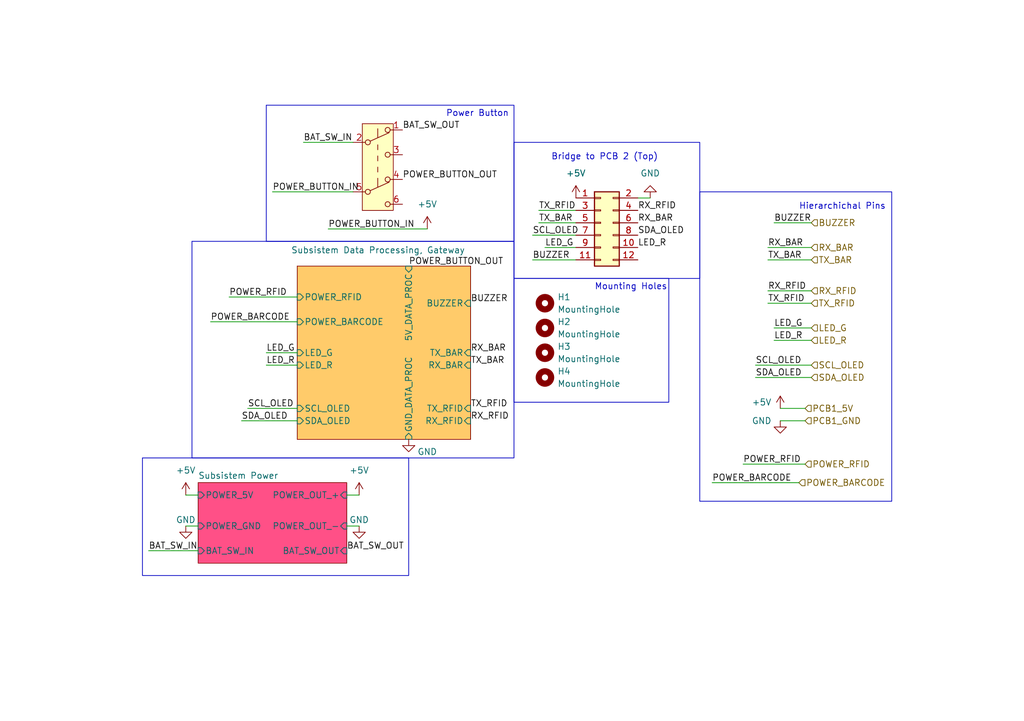
<source format=kicad_sch>
(kicad_sch (version 20230121) (generator eeschema)
  (paper "A5")
  (title_block (title "Data Processing, Power, and Gateway (PCB1)") (date "2024-02-28") (rev "1.4") (company "Institut Teknologi Bandung") (comment 1 "Bostang Palaguna") (comment 2 "Designed By:"))
  (lib_symbols
    (symbol "Connector_Generic:Conn_02x06_Odd_Even" (pin_names (offset 1.016) hide)
      (property "Reference" "J" (at 1.27 7.62 0))
      (property "Value" "Conn_02x06_Odd_Even" (at 1.27 -10.16 0))
      (symbol "Conn_02x06_Odd_Even_1_1"
        (rectangle (start -1.27 -7.493) (end 0 -7.747) (stroke (width 0.1524)))
        (rectangle (start -1.27 -4.953) (end 0 -5.207) (stroke (width 0.1524)))
        (rectangle (start -1.27 -2.413) (end 0 -2.667) (stroke (width 0.1524)))
        (rectangle (start -1.27 0.127) (end 0 -0.127) (stroke (width 0.1524)))
        (rectangle (start -1.27 2.667) (end 0 2.413) (stroke (width 0.1524)))
        (rectangle (start -1.27 5.207) (end 0 4.953) (stroke (width 0.1524)))
        (rectangle (start -1.27 6.35) (end 3.81 -8.89) (stroke (width 0.254)) (fill (type background)))
        (rectangle (start 3.81 -7.493) (end 2.54 -7.747) (stroke (width 0.1524)))
        (rectangle (start 3.81 -4.953) (end 2.54 -5.207) (stroke (width 0.1524)))
        (rectangle (start 3.81 -2.413) (end 2.54 -2.667) (stroke (width 0.1524)))
        (rectangle (start 3.81 0.127) (end 2.54 -0.127) (stroke (width 0.1524)))
        (rectangle (start 3.81 2.667) (end 2.54 2.413) (stroke (width 0.1524)))
        (rectangle (start 3.81 5.207) (end 2.54 4.953) (stroke (width 0.1524)))
        (pin passive line (at -5.08 5.08 0) (length 3.81) (name "Pin_1") (number "1"))
        (pin passive line (at 7.62 -5.08 180) (length 3.81) (name "Pin_10") (number "10"))
        (pin passive line (at -5.08 -7.62 0) (length 3.81) (name "Pin_11") (number "11"))
        (pin passive line (at 7.62 -7.62 180) (length 3.81) (name "Pin_12") (number "12"))
        (pin passive line (at 7.62 5.08 180) (length 3.81) (name "Pin_2") (number "2"))
        (pin passive line (at -5.08 2.54 0) (length 3.81) (name "Pin_3") (number "3"))
        (pin passive line (at 7.62 2.54 180) (length 3.81) (name "Pin_4") (number "4"))
        (pin passive line (at -5.08 0 0) (length 3.81) (name "Pin_5") (number "5"))
        (pin passive line (at 7.62 0 180) (length 3.81) (name "Pin_6") (number "6"))
        (pin passive line (at -5.08 -2.54 0) (length 3.81) (name "Pin_7") (number "7"))
        (pin passive line (at 7.62 -2.54 180) (length 3.81) (name "Pin_8") (number "8"))
        (pin passive line (at -5.08 -5.08 0) (length 3.81) (name "Pin_9") (number "9"))
      )
    )
    (symbol "Mechanical:MountingHole" (pin_names (offset 1.016))
      (property "Reference" "H" (at 0 5.08 0))
      (property "Value" "MountingHole" (at 0 3.175 0))
      (symbol "MountingHole_0_1"
        (circle (center 0 0) (radius 1.27) (stroke (width 1.27)))
      )
    )
    (symbol "Switch:SW_Push_DPDT" (pin_names (offset 0) hide)
      (property "Reference" "SW" (at 0 10.16 0))
      (property "Value" "SW_Push_DPDT" (at 0 -10.16 0))
      (symbol "SW_Push_DPDT_0_0"
        (circle (center -2.032 -5.08) (radius 0.508))
        (circle (center -2.032 5.08) (radius 0.508))
        (circle (center 2.032 -7.62) (radius 0.508))
        (circle (center 2.032 2.54) (radius 0.508))
      )
      (symbol "SW_Push_DPDT_0_1"
        (polyline (pts (xy -1.524 -4.826) (xy 2.3368 -3.0988)))
        (polyline (pts (xy -1.524 5.334) (xy 2.3368 7.0612)))
        (polyline (pts (xy 0 -2.286) (xy 0 -4.064)))
        (polyline (pts (xy 0 -1.016) (xy 0 0)))
        (polyline (pts (xy 0 1.27) (xy 0 2.286)))
        (polyline (pts (xy 0 3.556) (xy 0 4.572)))
        (polyline (pts (xy 0 7.874) (xy 0 6.096)))
        (circle (center 2.032 -2.54) (radius 0.508))
        (circle (center 2.032 7.62) (radius 0.508))
      )
      (symbol "SW_Push_DPDT_1_1"
        (rectangle (start -3.175 8.89) (end 3.175 -8.89) (fill (type background)))
        (pin passive line (at 5.08 7.62 180) (length 2.54) (name "A") (number "1"))
        (pin passive line (at -5.08 5.08 0) (length 2.54) (name "B") (number "2"))
        (pin passive line (at 5.08 2.54 180) (length 2.54) (name "C") (number "3"))
        (pin passive line (at 5.08 -2.54 180) (length 2.54) (name "A") (number "4"))
        (pin passive line (at -5.08 -5.08 0) (length 2.54) (name "B") (number "5"))
        (pin passive line (at 5.08 -7.62 180) (length 2.54) (name "C") (number "6"))
      )
    )
    (symbol "power:+5V" (power) (pin_names (offset 0))
      (property "Value" "+5V" (at 0 3.556 0))
      (symbol "+5V_0_1"
        (polyline (pts (xy -0.762 1.27) (xy 0 2.54)))
        (polyline (pts (xy 0 0) (xy 0 2.54)))
        (polyline (pts (xy 0 2.54) (xy 0.762 1.27)))
      )
      (symbol "+5V_1_1"
        (pin power_in line (at 0 0 90) (length 0) hide (name "+5V") (number "1"))
      )
    )
    (symbol "power:GND" (power) (pin_names (offset 0))
      (property "Value" "GND" (at 0 -3.81 0))
      (symbol "GND_0_1"
        (polyline (pts (xy 0 0) (xy 0 -1.27) (xy 1.27 -1.27) (xy 0 -2.54) (xy -1.27 -1.27) (xy 0 -1.27)))
      )
      (symbol "GND_1_1"
        (pin power_in line (at 0 0 270) (length 0) hide (name "GND") (number "1"))
      )
    )
  )
  (wire (pts (xy 152.4 95.25) (xy 165.1 95.25)))
  (wire (pts (xy 38.1 101.6) (xy 40.64 101.6)))
  (wire (pts (xy 157.48 59.69) (xy 166.37 59.69)))
  (wire (pts (xy 157.48 62.23) (xy 166.37 62.23)))
  (wire (pts (xy 154.94 74.93) (xy 166.37 74.93)))
  (wire (pts (xy 87.63 46.99) (xy 67.31 46.99)))
  (wire (pts (xy 46.99 60.96) (xy 60.96 60.96)))
  (wire (pts (xy 62.23 29.21) (xy 72.39 29.21)))
  (wire (pts (xy 154.94 77.47) (xy 166.37 77.47)))
  (wire (pts (xy 160.02 83.82) (xy 165.1 83.82)))
  (wire (pts (xy 133.35 40.64) (xy 130.81 40.64)))
  (wire (pts (xy 71.12 107.95) (xy 73.66 107.95)))
  (wire (pts (xy 111.76 50.8) (xy 118.11 50.8)))
  (wire (pts (xy 109.22 53.34) (xy 118.11 53.34)))
  (wire (pts (xy 54.61 74.93) (xy 60.96 74.93)))
  (wire (pts (xy 49.53 86.36) (xy 60.96 86.36)))
  (wire (pts (xy 55.88 39.37) (xy 72.39 39.37)))
  (wire (pts (xy 30.48 113.03) (xy 40.64 113.03)))
  (wire (pts (xy 158.75 69.85) (xy 166.37 69.85)))
  (wire (pts (xy 158.75 67.31) (xy 166.37 67.31)))
  (wire (pts (xy 110.49 43.18) (xy 118.11 43.18)))
  (wire (pts (xy 43.18 66.04) (xy 60.96 66.04)))
  (wire (pts (xy 54.61 72.39) (xy 60.96 72.39)))
  (wire (pts (xy 157.48 53.34) (xy 166.37 53.34)))
  (wire (pts (xy 38.1 107.95) (xy 40.64 107.95)))
  (wire (pts (xy 50.8 83.82) (xy 60.96 83.82)))
  (wire (pts (xy 157.48 50.8) (xy 166.37 50.8)))
  (wire (pts (xy 109.22 48.26) (xy 118.11 48.26)))
  (wire (pts (xy 71.12 101.6) (xy 73.66 101.6)))
  (wire (pts (xy 110.49 45.72) (xy 118.11 45.72)))
  (wire (pts (xy 146.05 99.06) (xy 163.83 99.06)))
  (wire (pts (xy 160.02 86.36) (xy 165.1 86.36)))
  (wire (pts (xy 158.75 45.72) (xy 166.37 45.72)))
  (rectangle (start 54.61 21.59) (end 105.41 49.53))
  (rectangle (start 39.37 49.53) (end 105.41 93.98))
  (rectangle (start 143.51 39.37) (end 182.88 102.87))
  (rectangle (start 29.21 93.98) (end 83.82 118.11))
  (rectangle (start 105.41 29.21) (end 143.51 57.15))
  (rectangle (start 105.41 57.15) (end 137.16 82.55))
  (text "Hierarchichal Pins" (at 163.83 43.18 0) (effects (font (size 1.27 1.27)) (justify left bottom)))
  (text "Bridge to PCB 2 (Top)" (at 113.03 33.02 0) (effects (font (size 1.27 1.27)) (justify left bottom)))
  (text "Mounting Holes" (at 121.92 59.69 0) (effects (font (size 1.27 1.27)) (justify left bottom)))
  (text "Power Button" (at 91.44 24.13 0) (effects (font (size 1.27 1.27)) (justify left bottom)))
  (label "LED_R" (at 54.61 74.93 0))
  (label "BAT_SW_OUT" (at 82.55 26.67 0))
  (label "TX_RFID" (at 110.49 43.18 0))
  (label "BUZZER" (at 158.75 45.72 0))
  (label "POWER_BARCODE" (at 146.05 99.06 0))
  (label "POWER_RFID" (at 152.4 95.25 0))
  (label "RX_BAR" (at 96.52 72.39 0))
  (label "POWER_BUTTON_IN" (at 67.31 46.99 0))
  (label "RX_RFID" (at 157.48 59.69 0))
  (label "LED_G" (at 158.75 67.31 0))
  (label "RX_BAR" (at 157.48 50.8 0))
  (label "POWER_RFID" (at 46.99 60.96 0))
  (label "BAT_SW_OUT" (at 71.12 113.03 0))
  (label "SDA_OLED" (at 130.81 48.26 0))
  (label "SDA_OLED" (at 154.94 77.47 0))
  (label "LED_R" (at 130.81 50.8 0))
  (label "TX_BAR" (at 157.48 53.34 0))
  (label "RX_BAR" (at 130.81 45.72 0))
  (label "BUZZER" (at 96.52 62.23 0))
  (label "TX_RFID" (at 157.48 62.23 0))
  (label "BAT_SW_IN" (at 62.23 29.21 0))
  (label "SCL_OLED" (at 154.94 74.93 0))
  (label "LED_G" (at 54.61 72.39 0))
  (label "SCL_OLED" (at 50.8 83.82 0))
  (label "POWER_BUTTON_OUT" (at 82.55 36.83 0))
  (label "TX_BAR" (at 110.49 45.72 0))
  (label "BAT_SW_IN" (at 30.48 113.03 0))
  (label "SCL_OLED" (at 109.22 48.26 0))
  (label "SDA_OLED" (at 49.53 86.36 0))
  (label "BUZZER" (at 109.22 53.34 0))
  (label "TX_RFID" (at 96.52 83.82 0))
  (label "LED_R" (at 158.75 69.85 0))
  (label "POWER_BARCODE" (at 43.18 66.04 0))
  (label "POWER_BUTTON_IN" (at 55.88 39.37 0))
  (label "RX_RFID" (at 96.52 86.36 0))
  (label "LED_G" (at 111.76 50.8 0))
  (label "TX_BAR" (at 96.52 74.93 0))
  (label "POWER_BUTTON_OUT" (at 83.82 54.61 0))
  (label "RX_RFID" (at 130.81 43.18 0))
  (hierarchical_label "POWER_BARCODE" (shape input) (at 163.83 99.06 0))
  (hierarchical_label "PCB1_GND" (shape input) (at 165.1 86.36 0))
  (hierarchical_label "RX_BAR" (shape input) (at 166.37 50.8 0))
  (hierarchical_label "BUZZER" (shape input) (at 166.37 45.72 0))
  (hierarchical_label "LED_R" (shape input) (at 166.37 69.85 0))
  (hierarchical_label "TX_RFID" (shape input) (at 166.37 62.23 0))
  (hierarchical_label "SDA_OLED" (shape input) (at 166.37 77.47 0))
  (hierarchical_label "TX_BAR" (shape input) (at 166.37 53.34 0))
  (hierarchical_label "RX_RFID" (shape input) (at 166.37 59.69 0))
  (hierarchical_label "SCL_OLED" (shape input) (at 166.37 74.93 0))
  (hierarchical_label "POWER_RFID" (shape input) (at 165.1 95.25 0))
  (hierarchical_label "LED_G" (shape input) (at 166.37 67.31 0))
  (hierarchical_label "PCB1_5V" (shape input) (at 165.1 83.82 0))
  (symbol (lib_id "power:GND") (at 160.02 86.36 0) (unit 1)
    (property "Reference" "#PWR032" (effects hide))
    (property "Value" "GND" (at 156.21 86.36 0))
  )
  (symbol (lib_id "power:+5V") (at 87.63 46.99 0) (unit 1)
    (property "Reference" "#PWR09" (effects hide))
    (property "Value" "+5V" (at 87.63 41.91 0))
  )
  (symbol (lib_id "Mechanical:MountingHole") (at 111.76 62.23 0) (unit 1)
    (property "Reference" "H1" (at 114.3 60.96 0) (effects (justify left)))
    (property "Value" "MountingHole" (at 114.3 63.5 0) (effects (justify left)))
    (property "Footprint" "MountingHole:MountingHole_2.2mm_M2" (effects hide))
  )
  (symbol (lib_id "power:+5V") (at 38.1 101.6 0) (unit 1)
    (property "Reference" "#PWR017" (effects hide))
    (property "Value" "+5V" (at 38.1 96.52 0))
  )
  (symbol (lib_id "Mechanical:MountingHole") (at 111.76 72.39 0) (unit 1)
    (property "Reference" "H3" (at 114.3 71.12 0) (effects (justify left)))
    (property "Value" "MountingHole" (at 114.3 73.66 0) (effects (justify left)))
    (property "Footprint" "MountingHole:MountingHole_2.2mm_M2" (effects hide))
  )
  (symbol (lib_id "Switch:SW_Push_DPDT") (at 77.47 34.29 0) (unit 1)
    (property "Reference" "SW2" (effects hide))
    (property "Value" "SW_Push_DPDT" (effects hide))
    (property "Footprint" "Button_Switch_THT:SW_E-Switch_EG2219_DPDT_Angled" (effects hide))
  )
  (symbol (lib_id "Mechanical:MountingHole") (at 111.76 77.47 0) (unit 1)
    (property "Reference" "H4" (at 114.3 76.2 0) (effects (justify left)))
    (property "Value" "MountingHole" (at 114.3 78.74 0) (effects (justify left)))
    (property "Footprint" "MountingHole:MountingHole_2.2mm_M2" (effects hide))
  )
  (symbol (lib_id "power:GND") (at 73.66 107.95 0) (unit 1)
    (property "Reference" "#PWR027" (effects hide))
    (property "Value" "GND" (at 73.66 106.68 0))
  )
  (symbol (lib_id "power:+5V") (at 73.66 101.6 0) (unit 1)
    (property "Reference" "#PWR026" (effects hide))
    (property "Value" "+5V" (at 73.66 96.52 0))
  )
  (symbol (lib_id "Connector_Generic:Conn_02x06_Odd_Even") (at 123.19 45.72 0) (unit 1)
    (property "Reference" "J4" (effects hide))
    (property "Value" "Conn_02x06_Odd_Even" (effects hide))
    (property "Footprint" "Connector_JST:JST_PHD_B12B-PHDSS_2x06_P2.00mm_Vertical" (effects hide))
  )
  (symbol (lib_id "Mechanical:MountingHole") (at 111.76 67.31 0) (unit 1)
    (property "Reference" "H2" (at 114.3 66.04 0) (effects (justify left)))
    (property "Value" "MountingHole" (at 114.3 68.58 0) (effects (justify left)))
    (property "Footprint" "MountingHole:MountingHole_2.2mm_M2" (effects hide))
  )
  (symbol (lib_id "power:GND") (at 38.1 107.95 0) (unit 1)
    (property "Reference" "#PWR018" (effects hide))
    (property "Value" "GND" (at 38.1 106.68 0))
  )
  (symbol (lib_id "power:+5V") (at 118.11 40.64 0) (unit 1)
    (property "Reference" "#PWR011" (effects hide))
    (property "Value" "+5V" (at 118.11 35.56 0))
  )
  (symbol (lib_id "power:GND") (at 133.35 40.64 180) (unit 1)
    (property "Reference" "#PWR012" (effects hide))
    (property "Value" "GND" (at 133.35 35.56 0))
  )
  (symbol (lib_id "power:GND") (at 83.82 90.17 0) (unit 1)
    (property "Reference" "#PWR019" (effects hide))
    (property "Value" "GND" (at 87.63 92.71 0))
  )
  (symbol (lib_id "power:+5V") (at 160.02 83.82 0) (unit 1)
    (property "Reference" "#PWR031" (effects hide))
    (property "Value" "+5V" (at 156.21 82.55 0))
  )
  (sheet (at 40.64 99.06) (size 30.48 16.51) (stroke (width 0.1524)) (fill (color 255 80 135 1.0000))
    (property "Sheetname" "Subsistem Power" (at 40.64 98.3484 0) (effects (justify left bottom)))
    (property "Sheetfile" "Power.kicad_sch" (effects hide))
    (pin "POWER_OUT_+" input (at 71.12 101.6 0))
    (pin "POWER_OUT_-" input (at 71.12 107.95 0))
    (pin "POWER_5V" input (at 40.64 101.6 180))
    (pin "POWER_GND" input (at 40.64 107.95 180))
    (pin "BAT_SW_IN" input (at 40.64 113.03 180))
    (pin "BAT_SW_OUT" input (at 71.12 113.03 0))
  )
  (sheet (at 60.96 54.61) (size 35.56 35.56) (stroke (width 0.1524)) (fill (color 255 203 106 1.0000))
    (property "Sheetname" "Subsistem Data Processing, Gateway" (at 59.69 52.07 0) (effects (justify left bottom)))
    (property "Sheetfile" "PSoC.kicad_sch" (effects hide))
    (pin "RX_BAR" input (at 96.52 74.93 0))
    (pin "RX_RFID" input (at 96.52 86.36 0))
    (pin "TX_RFID" input (at 96.52 83.82 0))
    (pin "TX_BAR" input (at 96.52 72.39 0))
    (pin "GND_DATA_PROC" input (at 83.82 90.17 270))
    (pin "5V_DATA_PROC" input (at 83.82 54.61 90))
    (pin "LED_G" input (at 60.96 72.39 180))
    (pin "LED_R" input (at 60.96 74.93 180))
    (pin "SCL_OLED" input (at 60.96 83.82 180))
    (pin "SDA_OLED" input (at 60.96 86.36 180))
    (pin "BUZZER" input (at 96.52 62.23 0))
    (pin "POWER_BARCODE" input (at 60.96 66.04 180))
    (pin "POWER_RFID" input (at 60.96 60.96 180))
  )
)
</source>
